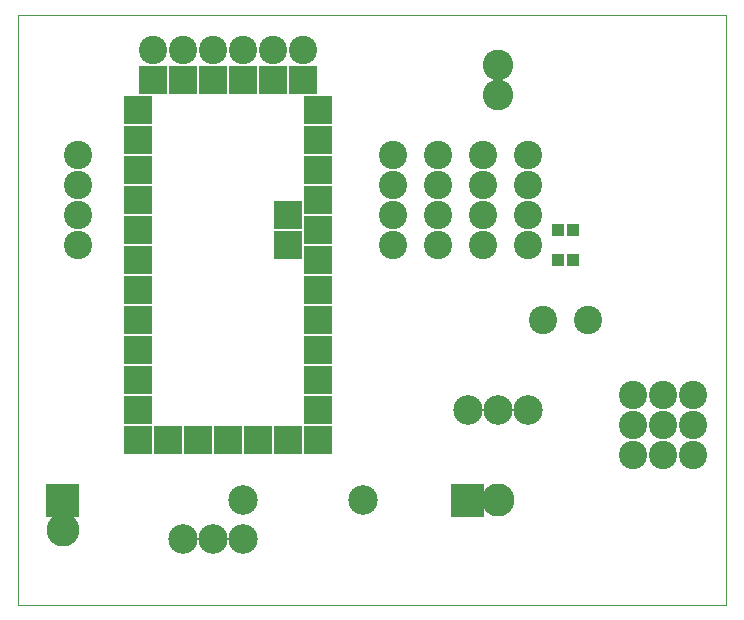
<source format=gbr>
%FSLAX34Y34*%
%MOMM*%
%LNSOLDERMASK_BOTTOM*%
G71*
G01*
%ADD10C, 0.00*%
%ADD11C, 2.40*%
%ADD12C, 2.60*%
%ADD13R, 0.70X1.10*%
%ADD14R, 1.00X1.10*%
%ADD15C, 2.50*%
%ADD16C, 2.80*%
%ADD17C, 2.50*%
%LPD*%
G54D10*
X0Y500000D02*
X600000Y500000D01*
X600000Y0D01*
X0Y0D01*
X0Y500000D01*
G36*
X91100Y429600D02*
X112100Y429600D01*
X112100Y408600D01*
X91100Y408600D01*
X91100Y429600D01*
G37*
G36*
X91100Y404200D02*
X112100Y404200D01*
X112100Y383200D01*
X91100Y383200D01*
X91100Y404200D01*
G37*
G36*
X91100Y378800D02*
X112100Y378800D01*
X112100Y357800D01*
X91100Y357800D01*
X91100Y378800D01*
G37*
G36*
X91100Y353400D02*
X112100Y353400D01*
X112100Y332400D01*
X91100Y332400D01*
X91100Y353400D01*
G37*
G36*
X91100Y328000D02*
X112100Y328000D01*
X112100Y307000D01*
X91100Y307000D01*
X91100Y328000D01*
G37*
G36*
X91100Y302600D02*
X112100Y302600D01*
X112100Y281600D01*
X91100Y281600D01*
X91100Y302600D01*
G37*
G36*
X91100Y277200D02*
X112100Y277200D01*
X112100Y256200D01*
X91100Y256200D01*
X91100Y277200D01*
G37*
G36*
X91100Y251800D02*
X112100Y251800D01*
X112100Y230800D01*
X91100Y230800D01*
X91100Y251800D01*
G37*
G36*
X91100Y226400D02*
X112100Y226400D01*
X112100Y205400D01*
X91100Y205400D01*
X91100Y226400D01*
G37*
G36*
X91100Y201000D02*
X112100Y201000D01*
X112100Y180000D01*
X91100Y180000D01*
X91100Y201000D01*
G37*
G36*
X91100Y175600D02*
X112100Y175600D01*
X112100Y154600D01*
X91100Y154600D01*
X91100Y175600D01*
G37*
G36*
X91100Y150200D02*
X112100Y150200D01*
X112100Y129200D01*
X91100Y129200D01*
X91100Y150200D01*
G37*
G36*
X116500Y150200D02*
X137500Y150200D01*
X137500Y129200D01*
X116500Y129200D01*
X116500Y150200D01*
G37*
G36*
X103800Y455000D02*
X124800Y455000D01*
X124800Y434000D01*
X103800Y434000D01*
X103800Y455000D01*
G37*
G36*
X129200Y455000D02*
X150200Y455000D01*
X150200Y434000D01*
X129200Y434000D01*
X129200Y455000D01*
G37*
G36*
X154600Y455000D02*
X175600Y455000D01*
X175600Y434000D01*
X154600Y434000D01*
X154600Y455000D01*
G37*
G36*
X180000Y455000D02*
X201000Y455000D01*
X201000Y434000D01*
X180000Y434000D01*
X180000Y455000D01*
G37*
G36*
X205400Y455000D02*
X226400Y455000D01*
X226400Y434000D01*
X205400Y434000D01*
X205400Y455000D01*
G37*
G36*
X230800Y455000D02*
X251800Y455000D01*
X251800Y434000D01*
X230800Y434000D01*
X230800Y455000D01*
G37*
G36*
X243500Y429600D02*
X264500Y429600D01*
X264500Y408600D01*
X243500Y408600D01*
X243500Y429600D01*
G37*
G36*
X243500Y404200D02*
X264500Y404200D01*
X264500Y383200D01*
X243500Y383200D01*
X243500Y404200D01*
G37*
G36*
X243500Y378800D02*
X264500Y378800D01*
X264500Y357800D01*
X243500Y357800D01*
X243500Y378800D01*
G37*
G36*
X243500Y353400D02*
X264500Y353400D01*
X264500Y332400D01*
X243500Y332400D01*
X243500Y353400D01*
G37*
G36*
X243500Y328000D02*
X264500Y328000D01*
X264500Y307000D01*
X243500Y307000D01*
X243500Y328000D01*
G37*
G36*
X243500Y302600D02*
X264500Y302600D01*
X264500Y281600D01*
X243500Y281600D01*
X243500Y302600D01*
G37*
G36*
X243500Y277200D02*
X264500Y277200D01*
X264500Y256200D01*
X243500Y256200D01*
X243500Y277200D01*
G37*
G36*
X243500Y251800D02*
X264500Y251800D01*
X264500Y230800D01*
X243500Y230800D01*
X243500Y251800D01*
G37*
G36*
X243500Y226400D02*
X264500Y226400D01*
X264500Y205400D01*
X243500Y205400D01*
X243500Y226400D01*
G37*
G36*
X243500Y201000D02*
X264500Y201000D01*
X264500Y180000D01*
X243500Y180000D01*
X243500Y201000D01*
G37*
G36*
X243500Y175600D02*
X264500Y175600D01*
X264500Y154600D01*
X243500Y154600D01*
X243500Y175600D01*
G37*
G36*
X243500Y150200D02*
X264500Y150200D01*
X264500Y129200D01*
X243500Y129200D01*
X243500Y150200D01*
G37*
G36*
X218100Y150200D02*
X239100Y150200D01*
X239100Y129200D01*
X218100Y129200D01*
X218100Y150200D01*
G37*
G36*
X192700Y150200D02*
X213700Y150200D01*
X213700Y129200D01*
X192700Y129200D01*
X192700Y150200D01*
G37*
G36*
X167300Y150200D02*
X188300Y150200D01*
X188300Y129200D01*
X167300Y129200D01*
X167300Y150200D01*
G37*
G36*
X141900Y150200D02*
X162900Y150200D01*
X162900Y129200D01*
X141900Y129200D01*
X141900Y150200D01*
G37*
G36*
X218100Y340700D02*
X239100Y340700D01*
X239100Y319700D01*
X218100Y319700D01*
X218100Y340700D01*
G37*
G36*
X218100Y315300D02*
X239100Y315300D01*
X239100Y294300D01*
X218100Y294300D01*
X218100Y315300D01*
G37*
X50800Y381000D02*
G54D11*
D03*
X50800Y355600D02*
G54D11*
D03*
X50800Y330200D02*
G54D11*
D03*
X50800Y304800D02*
G54D11*
D03*
X431800Y304800D02*
G54D11*
D03*
X431800Y330200D02*
G54D11*
D03*
X431800Y355600D02*
G54D11*
D03*
X431800Y381000D02*
G54D11*
D03*
X393700Y381000D02*
G54D11*
D03*
X393700Y355600D02*
G54D11*
D03*
X393700Y330200D02*
G54D11*
D03*
X393700Y304800D02*
G54D11*
D03*
X355600Y304800D02*
G54D11*
D03*
X355600Y330200D02*
G54D11*
D03*
X355600Y355600D02*
G54D11*
D03*
X355600Y381000D02*
G54D11*
D03*
X317500Y381000D02*
G54D11*
D03*
X317500Y355600D02*
G54D11*
D03*
X317500Y330200D02*
G54D11*
D03*
X317500Y304800D02*
G54D11*
D03*
X114300Y469900D02*
G54D11*
D03*
X139700Y469900D02*
G54D11*
D03*
X165100Y469900D02*
G54D11*
D03*
X190500Y469900D02*
G54D11*
D03*
X215900Y469900D02*
G54D11*
D03*
X241300Y469900D02*
G54D11*
D03*
X406400Y457200D02*
G54D12*
D03*
X406400Y431800D02*
G54D12*
D03*
X457200Y317500D02*
G54D13*
D03*
X469900Y317500D02*
G54D14*
D03*
X457200Y317500D02*
G54D14*
D03*
X457200Y292100D02*
G54D14*
D03*
X469900Y292100D02*
G54D14*
D03*
X381000Y165100D02*
G54D15*
D03*
X406400Y165100D02*
G54D15*
D03*
X431800Y165100D02*
G54D15*
D03*
X444500Y241300D02*
G54D11*
D03*
X482600Y241300D02*
G54D11*
D03*
G36*
X52100Y102900D02*
X52100Y74900D01*
X24100Y74900D01*
X24100Y102900D01*
X52100Y102900D01*
G37*
X38100Y63500D02*
G54D16*
D03*
X190500Y55900D02*
G54D15*
D03*
X165100Y55900D02*
G54D15*
D03*
X139700Y55900D02*
G54D15*
D03*
X190500Y88900D02*
G54D17*
D03*
X292100Y88900D02*
G54D17*
D03*
X406400Y457200D02*
G54D11*
D03*
X406400Y431800D02*
G54D11*
D03*
X571500Y177800D02*
G54D11*
D03*
X571500Y152400D02*
G54D11*
D03*
X38100Y88900D02*
G54D11*
D03*
X38100Y63500D02*
G54D11*
D03*
X139700Y55900D02*
G54D11*
D03*
X165100Y55900D02*
G54D11*
D03*
X190500Y55900D02*
G54D11*
D03*
X431800Y381000D02*
G54D11*
D03*
X431800Y381000D02*
G54D11*
D03*
X431800Y355600D02*
G54D11*
D03*
X431800Y330200D02*
G54D11*
D03*
X431800Y304800D02*
G54D11*
D03*
X444500Y241300D02*
G54D11*
D03*
X482600Y241300D02*
G54D11*
D03*
X393700Y304800D02*
G54D11*
D03*
X393700Y330200D02*
G54D11*
D03*
X393700Y355600D02*
G54D11*
D03*
X393700Y381000D02*
G54D11*
D03*
X355600Y381000D02*
G54D11*
D03*
X355600Y355600D02*
G54D11*
D03*
X355600Y330200D02*
G54D11*
D03*
X355600Y304800D02*
G54D11*
D03*
X317500Y304800D02*
G54D11*
D03*
X317500Y330200D02*
G54D11*
D03*
X317500Y355600D02*
G54D11*
D03*
X317500Y381000D02*
G54D11*
D03*
G36*
X242000Y431100D02*
X266000Y431100D01*
X266000Y407100D01*
X242000Y407100D01*
X242000Y431100D01*
G37*
G36*
X242000Y405700D02*
X266000Y405700D01*
X266000Y381700D01*
X242000Y381700D01*
X242000Y405700D01*
G37*
G36*
X242000Y380300D02*
X266000Y380300D01*
X266000Y356300D01*
X242000Y356300D01*
X242000Y380300D01*
G37*
G36*
X242000Y354900D02*
X266000Y354900D01*
X266000Y330900D01*
X242000Y330900D01*
X242000Y354900D01*
G37*
G36*
X242000Y329500D02*
X266000Y329500D01*
X266000Y305500D01*
X242000Y305500D01*
X242000Y329500D01*
G37*
G36*
X216600Y342200D02*
X240600Y342200D01*
X240600Y318200D01*
X216600Y318200D01*
X216600Y342200D01*
G37*
G36*
X216600Y316800D02*
X240600Y316800D01*
X240600Y292800D01*
X216600Y292800D01*
X216600Y316800D01*
G37*
G36*
X242000Y304100D02*
X266000Y304100D01*
X266000Y280100D01*
X242000Y280100D01*
X242000Y304100D01*
G37*
G36*
X242000Y278700D02*
X266000Y278700D01*
X266000Y254700D01*
X242000Y254700D01*
X242000Y278700D01*
G37*
G36*
X242000Y253300D02*
X266000Y253300D01*
X266000Y229300D01*
X242000Y229300D01*
X242000Y253300D01*
G37*
G36*
X242000Y227900D02*
X266000Y227900D01*
X266000Y203900D01*
X242000Y203900D01*
X242000Y227900D01*
G37*
G36*
X242000Y202500D02*
X266000Y202500D01*
X266000Y178500D01*
X242000Y178500D01*
X242000Y202500D01*
G37*
G36*
X242000Y177100D02*
X266000Y177100D01*
X266000Y153100D01*
X242000Y153100D01*
X242000Y177100D01*
G37*
G36*
X242000Y151700D02*
X266000Y151700D01*
X266000Y127700D01*
X242000Y127700D01*
X242000Y151700D01*
G37*
G36*
X216600Y151700D02*
X240600Y151700D01*
X240600Y127700D01*
X216600Y127700D01*
X216600Y151700D01*
G37*
G36*
X191200Y151700D02*
X215200Y151700D01*
X215200Y127700D01*
X191200Y127700D01*
X191200Y151700D01*
G37*
G36*
X165800Y151700D02*
X189800Y151700D01*
X189800Y127700D01*
X165800Y127700D01*
X165800Y151700D01*
G37*
G36*
X140400Y151700D02*
X164400Y151700D01*
X164400Y127700D01*
X140400Y127700D01*
X140400Y151700D01*
G37*
G36*
X115000Y151700D02*
X139000Y151700D01*
X139000Y127700D01*
X115000Y127700D01*
X115000Y151700D01*
G37*
G36*
X89600Y151700D02*
X113600Y151700D01*
X113600Y127700D01*
X89600Y127700D01*
X89600Y151700D01*
G37*
G36*
X89600Y177100D02*
X113600Y177100D01*
X113600Y153100D01*
X89600Y153100D01*
X89600Y177100D01*
G37*
G36*
X89600Y202500D02*
X113600Y202500D01*
X113600Y178500D01*
X89600Y178500D01*
X89600Y202500D01*
G37*
G36*
X89600Y227900D02*
X113600Y227900D01*
X113600Y203900D01*
X89600Y203900D01*
X89600Y227900D01*
G37*
G36*
X89600Y253300D02*
X113600Y253300D01*
X113600Y229300D01*
X89600Y229300D01*
X89600Y253300D01*
G37*
G36*
X89600Y278700D02*
X113600Y278700D01*
X113600Y254700D01*
X89600Y254700D01*
X89600Y278700D01*
G37*
G36*
X89600Y304100D02*
X113600Y304100D01*
X113600Y280100D01*
X89600Y280100D01*
X89600Y304100D01*
G37*
G36*
X89600Y329500D02*
X113600Y329500D01*
X113600Y305500D01*
X89600Y305500D01*
X89600Y329500D01*
G37*
G36*
X89600Y354900D02*
X113600Y354900D01*
X113600Y330900D01*
X89600Y330900D01*
X89600Y354900D01*
G37*
G36*
X89600Y380300D02*
X113600Y380300D01*
X113600Y356300D01*
X89600Y356300D01*
X89600Y380300D01*
G37*
G36*
X89600Y405700D02*
X113600Y405700D01*
X113600Y381700D01*
X89600Y381700D01*
X89600Y405700D01*
G37*
G36*
X89600Y431100D02*
X113600Y431100D01*
X113600Y407100D01*
X89600Y407100D01*
X89600Y431100D01*
G37*
G36*
X102300Y456500D02*
X126300Y456500D01*
X126300Y432500D01*
X102300Y432500D01*
X102300Y456500D01*
G37*
G36*
X127700Y456500D02*
X151700Y456500D01*
X151700Y432500D01*
X127700Y432500D01*
X127700Y456500D01*
G37*
G36*
X153100Y456500D02*
X177100Y456500D01*
X177100Y432500D01*
X153100Y432500D01*
X153100Y456500D01*
G37*
G36*
X178500Y456500D02*
X202500Y456500D01*
X202500Y432500D01*
X178500Y432500D01*
X178500Y456500D01*
G37*
G36*
X203900Y456500D02*
X227900Y456500D01*
X227900Y432500D01*
X203900Y432500D01*
X203900Y456500D01*
G37*
G36*
X229300Y456500D02*
X253300Y456500D01*
X253300Y432500D01*
X229300Y432500D01*
X229300Y456500D01*
G37*
G36*
X26100Y100900D02*
X50100Y100900D01*
X50100Y76900D01*
X26100Y76900D01*
X26100Y100900D01*
G37*
X571500Y127000D02*
G54D11*
D03*
X546100Y127000D02*
G54D11*
D03*
X546100Y152400D02*
G54D11*
D03*
X546100Y177800D02*
G54D11*
D03*
X520700Y127000D02*
G54D11*
D03*
X520700Y152400D02*
G54D11*
D03*
X520700Y177800D02*
G54D11*
D03*
G36*
X367000Y102900D02*
X395000Y102900D01*
X395000Y74900D01*
X367000Y74900D01*
X367000Y102900D01*
G37*
X406400Y88900D02*
G54D16*
D03*
M02*

</source>
